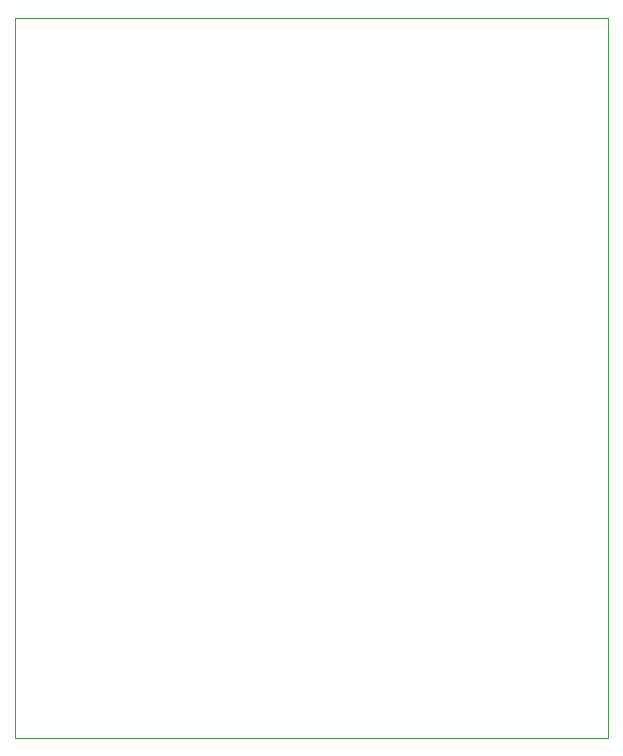
<source format=gbr>
G04 #@! TF.GenerationSoftware,KiCad,Pcbnew,(5.1.10)-1*
G04 #@! TF.CreationDate,2021-08-17T16:02:48+03:00*
G04 #@! TF.ProjectId,ControlledBlinds,436f6e74-726f-46c6-9c65-64426c696e64,rev?*
G04 #@! TF.SameCoordinates,Original*
G04 #@! TF.FileFunction,Profile,NP*
%FSLAX46Y46*%
G04 Gerber Fmt 4.6, Leading zero omitted, Abs format (unit mm)*
G04 Created by KiCad (PCBNEW (5.1.10)-1) date 2021-08-17 16:02:48*
%MOMM*%
%LPD*%
G01*
G04 APERTURE LIST*
G04 #@! TA.AperFunction,Profile*
%ADD10C,0.050000*%
G04 #@! TD*
G04 APERTURE END LIST*
D10*
X108585000Y-102235000D02*
X58420000Y-102235000D01*
X108585000Y-41275000D02*
X108585000Y-102235000D01*
X58420000Y-41275000D02*
X108585000Y-41275000D01*
X58420000Y-102235000D02*
X58420000Y-41275000D01*
M02*

</source>
